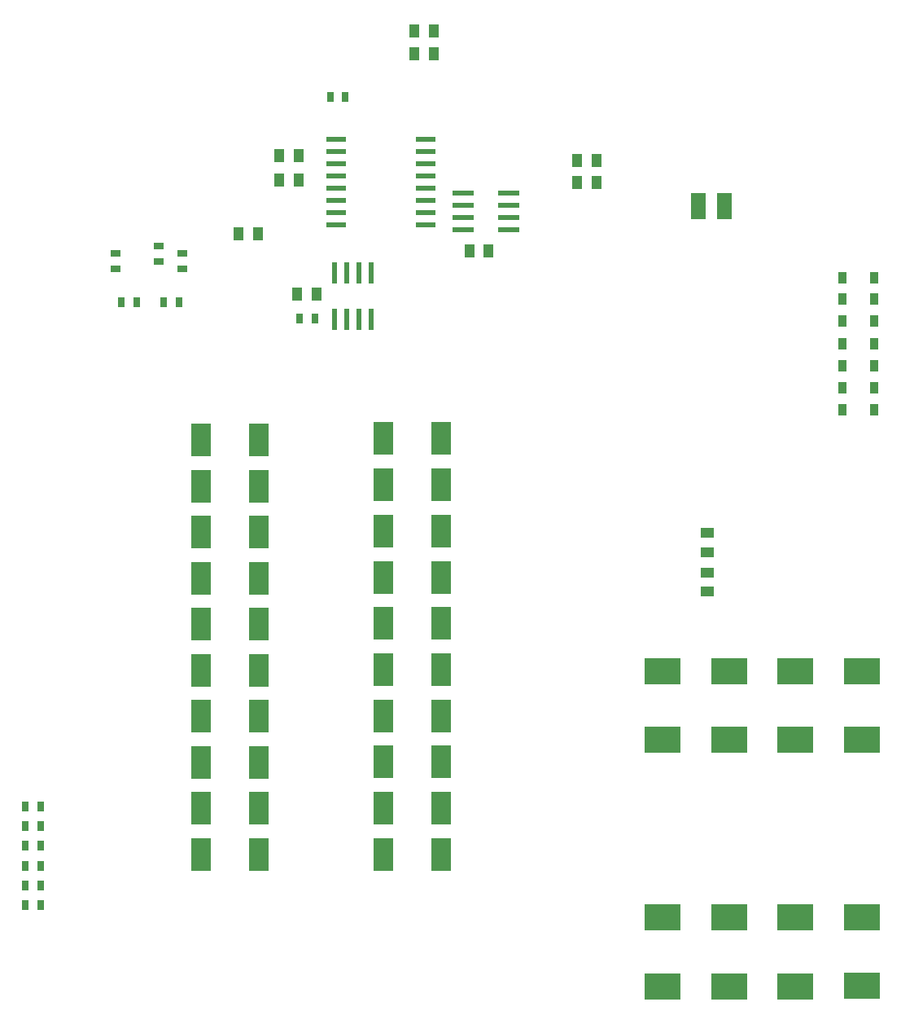
<source format=gbp>
G04*
G04 #@! TF.GenerationSoftware,Altium Limited,Altium Designer,20.0.13 (296)*
G04*
G04 Layer_Color=128*
%FSLAX44Y44*%
%MOMM*%
G71*
G01*
G75*
%ADD22R,1.0000X1.4000*%
%ADD23R,0.8000X1.0000*%
%ADD24R,1.4000X1.0000*%
%ADD28R,1.0000X0.8000*%
%ADD33R,3.8100X2.7940*%
%ADD121R,2.2000X0.6000*%
%ADD122R,2.0600X0.6000*%
%ADD123R,0.6000X2.2000*%
%ADD124R,1.5300X2.7200*%
%ADD125R,0.9100X1.2200*%
%ADD126R,2.0000X3.4000*%
D22*
X279000Y856000D02*
D03*
X259000D02*
D03*
X301000Y912000D02*
D03*
X321000D02*
D03*
X611000Y932000D02*
D03*
X631000D02*
D03*
X611000Y909000D02*
D03*
X631000D02*
D03*
X320000Y793000D02*
D03*
X340000D02*
D03*
X442000Y1067000D02*
D03*
X462000D02*
D03*
X442000Y1043000D02*
D03*
X462000D02*
D03*
X519000Y838000D02*
D03*
X499000D02*
D03*
X301000Y937000D02*
D03*
X321000D02*
D03*
D23*
X354000Y998000D02*
D03*
X370000D02*
D03*
X197000Y785000D02*
D03*
X181000D02*
D03*
X137000D02*
D03*
X153000D02*
D03*
X338000Y768000D02*
D03*
X322000D02*
D03*
X37000Y199200D02*
D03*
X53000D02*
D03*
X37000Y158000D02*
D03*
X53000D02*
D03*
X37000Y178600D02*
D03*
X53000D02*
D03*
X37000Y219800D02*
D03*
X53000D02*
D03*
X37000Y261000D02*
D03*
X53000D02*
D03*
X37000Y240400D02*
D03*
X53000D02*
D03*
D24*
X746000Y484000D02*
D03*
Y504000D02*
D03*
Y545000D02*
D03*
Y525000D02*
D03*
D28*
X176000Y827000D02*
D03*
Y843000D02*
D03*
X200000Y836000D02*
D03*
Y820000D02*
D03*
X131000Y836000D02*
D03*
Y820000D02*
D03*
D33*
X700000Y330315D02*
D03*
Y401685D02*
D03*
X769000Y330315D02*
D03*
Y401685D02*
D03*
X838000Y330315D02*
D03*
Y401685D02*
D03*
X700000Y74065D02*
D03*
Y145435D02*
D03*
X838000Y74065D02*
D03*
Y145435D02*
D03*
X907000Y330315D02*
D03*
Y401685D02*
D03*
Y74380D02*
D03*
Y145750D02*
D03*
X769000Y74065D02*
D03*
Y145435D02*
D03*
D121*
X540000Y898050D02*
D03*
Y885350D02*
D03*
Y872650D02*
D03*
Y859950D02*
D03*
X492000Y898050D02*
D03*
Y885350D02*
D03*
Y872650D02*
D03*
Y859950D02*
D03*
D122*
X360600Y865550D02*
D03*
Y878250D02*
D03*
Y890950D02*
D03*
Y903650D02*
D03*
Y916350D02*
D03*
Y929050D02*
D03*
Y941750D02*
D03*
Y954450D02*
D03*
X453400D02*
D03*
Y941750D02*
D03*
Y929050D02*
D03*
Y916350D02*
D03*
Y903650D02*
D03*
Y890950D02*
D03*
Y878250D02*
D03*
Y865550D02*
D03*
D123*
X397050Y767000D02*
D03*
X384350D02*
D03*
X371650D02*
D03*
X358950D02*
D03*
X397050Y815000D02*
D03*
X384350D02*
D03*
X371650D02*
D03*
X358950D02*
D03*
D124*
X737180Y885000D02*
D03*
X764000D02*
D03*
D125*
X887300Y810000D02*
D03*
X920000D02*
D03*
X887300Y788000D02*
D03*
X920000D02*
D03*
X887300Y765000D02*
D03*
X920000D02*
D03*
X887300Y742000D02*
D03*
X920000D02*
D03*
X887300Y719000D02*
D03*
X920000D02*
D03*
X887300Y696000D02*
D03*
X920000D02*
D03*
X887300Y673000D02*
D03*
X920000D02*
D03*
D126*
X469640Y211000D02*
D03*
X409640D02*
D03*
X469640Y259016D02*
D03*
X409640D02*
D03*
X469640Y307031D02*
D03*
X409640D02*
D03*
X469640Y355047D02*
D03*
X409640D02*
D03*
X469640Y403062D02*
D03*
X409640D02*
D03*
X469640Y451078D02*
D03*
X409640D02*
D03*
X469640Y499093D02*
D03*
X409640D02*
D03*
X469640Y547109D02*
D03*
X409640D02*
D03*
X469640Y595124D02*
D03*
X409640D02*
D03*
X469640Y643140D02*
D03*
X409640D02*
D03*
X279640Y641820D02*
D03*
X219640D02*
D03*
X279640Y593951D02*
D03*
X219640D02*
D03*
X279640Y546082D02*
D03*
X219640D02*
D03*
X279640Y498213D02*
D03*
X219640D02*
D03*
X279640Y450345D02*
D03*
X219640D02*
D03*
X279640Y402476D02*
D03*
X219640D02*
D03*
X279640Y354607D02*
D03*
X219640D02*
D03*
X279640Y306738D02*
D03*
X219640D02*
D03*
X279640Y258869D02*
D03*
X219640D02*
D03*
X279640Y211000D02*
D03*
X219640D02*
D03*
M02*

</source>
